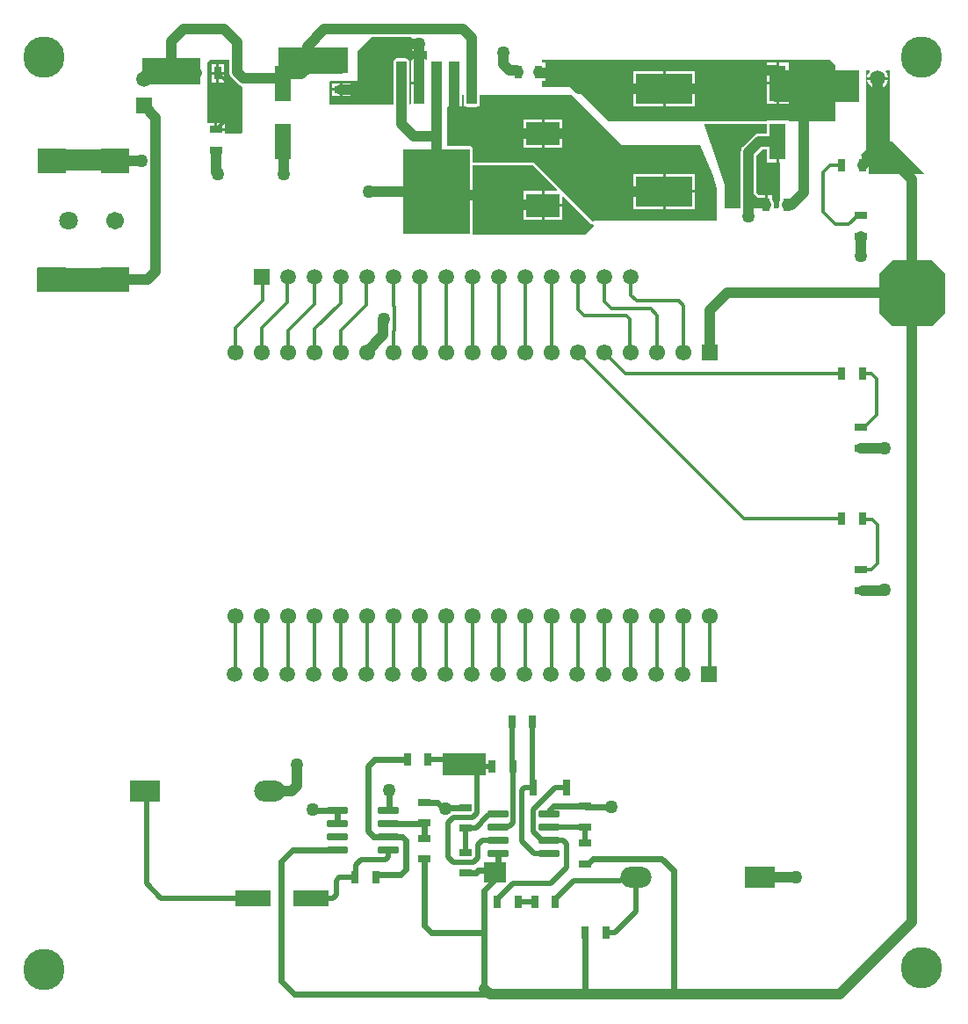
<source format=gtl>
G04*
G04 #@! TF.GenerationSoftware,Altium Limited,Altium Designer,22.3.1 (43)*
G04*
G04 Layer_Physical_Order=1*
G04 Layer_Color=255*
%FSLAX23Y23*%
%MOIN*%
G70*
G04*
G04 #@! TF.SameCoordinates,1274CE9F-09AF-47AB-B1D0-44CBEC0A274A*
G04*
G04*
G04 #@! TF.FilePolarity,Positive*
G04*
G01*
G75*
%ADD15C,0.039*%
%ADD42R,0.028X0.050*%
%ADD43R,0.213X0.114*%
%ADD44R,0.125X0.089*%
%ADD45R,0.050X0.028*%
%ADD46R,0.063X0.138*%
%ADD47R,0.050X0.028*%
%ADD48R,0.110X0.094*%
G04:AMPARAMS|DCode=49|XSize=78mil|YSize=24mil|CornerRadius=3mil|HoleSize=0mil|Usage=FLASHONLY|Rotation=180.000|XOffset=0mil|YOffset=0mil|HoleType=Round|Shape=RoundedRectangle|*
%AMROUNDEDRECTD49*
21,1,0.078,0.018,0,0,180.0*
21,1,0.072,0.024,0,0,180.0*
1,1,0.006,-0.036,0.009*
1,1,0.006,0.036,0.009*
1,1,0.006,0.036,-0.009*
1,1,0.006,-0.036,-0.009*
%
%ADD49ROUNDEDRECTD49*%
%ADD50R,0.028X0.064*%
%ADD51R,0.028X0.051*%
%ADD52R,0.138X0.063*%
G04:AMPARAMS|DCode=53|XSize=252mil|YSize=323mil|CornerRadius=3mil|HoleSize=0mil|Usage=FLASHONLY|Rotation=0.000|XOffset=0mil|YOffset=0mil|HoleType=Round|Shape=RoundedRectangle|*
%AMROUNDEDRECTD53*
21,1,0.252,0.318,0,0,0.0*
21,1,0.247,0.323,0,0,0.0*
1,1,0.005,0.123,-0.159*
1,1,0.005,-0.123,-0.159*
1,1,0.005,-0.123,0.159*
1,1,0.005,0.123,0.159*
%
%ADD53ROUNDEDRECTD53*%
G04:AMPARAMS|DCode=54|XSize=39mil|YSize=163mil|CornerRadius=2mil|HoleSize=0mil|Usage=FLASHONLY|Rotation=0.000|XOffset=0mil|YOffset=0mil|HoleType=Round|Shape=RoundedRectangle|*
%AMROUNDEDRECTD54*
21,1,0.039,0.159,0,0,0.0*
21,1,0.035,0.163,0,0,0.0*
1,1,0.004,0.018,-0.080*
1,1,0.004,-0.018,-0.080*
1,1,0.004,-0.018,0.080*
1,1,0.004,0.018,0.080*
%
%ADD54ROUNDEDRECTD54*%
%ADD55C,0.024*%
%ADD56C,0.012*%
%ADD57C,0.020*%
%ADD58O,0.118X0.079*%
%ADD59R,0.118X0.079*%
%ADD60R,0.059X0.059*%
%ADD61C,0.059*%
%ADD62R,0.059X0.059*%
%ADD63C,0.071*%
%ADD64C,0.067*%
%ADD65C,0.061*%
%ADD66R,0.061X0.061*%
%ADD67C,0.157*%
%ADD68C,0.050*%
G36*
X2961Y4835D02*
X2957Y4829D01*
X2955Y4820D01*
X2990D01*
Y4815D01*
X2995D01*
Y4780D01*
X3004Y4782D01*
X3011Y4787D01*
X3015Y4791D01*
X3020Y4788D01*
Y4757D01*
X3015Y4756D01*
X3015Y4756D01*
X3011Y4759D01*
X3006Y4760D01*
X2994D01*
Y4668D01*
X2989D01*
Y4663D01*
X2959D01*
Y4590D01*
X2955Y4585D01*
X2952Y4585D01*
Y4653D01*
X2952Y4653D01*
Y4747D01*
X2951Y4752D01*
X2948Y4756D01*
X2944Y4759D01*
X2939Y4760D01*
X2904D01*
X2899Y4759D01*
X2895Y4756D01*
X2893Y4752D01*
X2892Y4747D01*
Y4653D01*
X2892Y4653D01*
Y4585D01*
X2650D01*
Y4670D01*
X2655Y4675D01*
X2755D01*
Y4785D01*
X2810Y4840D01*
X2959D01*
X2961Y4835D01*
D02*
G37*
G36*
X2720Y4705D02*
X2455D01*
Y4800D01*
X2720Y4800D01*
Y4705D01*
D02*
G37*
G36*
X4775Y4445D02*
X4785D01*
X4905Y4325D01*
X4903Y4320D01*
X4696D01*
Y4350D01*
X4673D01*
Y4355D01*
X4668D01*
Y4390D01*
X4667D01*
X4665Y4395D01*
X4685Y4415D01*
Y4705D01*
Y4715D01*
X4698D01*
X4700Y4710D01*
X4698Y4709D01*
X4693Y4700D01*
X4690Y4690D01*
Y4689D01*
X4770D01*
Y4690D01*
X4767Y4700D01*
X4762Y4709D01*
X4760Y4710D01*
X4762Y4715D01*
X4775D01*
Y4445D01*
D02*
G37*
G36*
X2160Y4660D02*
X1935D01*
X1940Y4760D01*
X2160D01*
Y4660D01*
D02*
G37*
G36*
X3127Y4576D02*
X3140D01*
X3145Y4577D01*
X3149Y4579D01*
X3151Y4583D01*
X3152Y4588D01*
Y4620D01*
X3159D01*
Y4588D01*
X3160Y4583D01*
X3163Y4579D01*
X3167Y4577D01*
X3172Y4576D01*
X3207D01*
X3212Y4577D01*
X3216Y4579D01*
X3218Y4583D01*
X3219Y4588D01*
Y4620D01*
X3570D01*
X3760Y4430D01*
X4055D01*
X4105Y4315D01*
X4120Y4265D01*
Y4145D01*
X3655D01*
X3650Y4140D01*
X3425Y4365D01*
X3192D01*
Y4415D01*
X3191Y4420D01*
X3188Y4424D01*
X3184Y4427D01*
X3179Y4428D01*
X3095D01*
Y4574D01*
X3100Y4577D01*
X3100Y4577D01*
X3105Y4576D01*
X3117D01*
Y4668D01*
X3127D01*
Y4576D01*
D02*
G37*
G36*
X4570Y4735D02*
Y4715D01*
X4660D01*
Y4595D01*
X4570D01*
Y4520D01*
X4391D01*
Y4524D01*
X4309D01*
Y4520D01*
X3710D01*
X3580Y4650D01*
X3457D01*
X3455Y4655D01*
X3455Y4655D01*
Y4674D01*
X3468D01*
Y4704D01*
X3444D01*
Y4714D01*
X3468D01*
Y4744D01*
X3455D01*
Y4755D01*
X4550D01*
X4570Y4735D01*
D02*
G37*
G36*
X2270Y4700D02*
X2272Y4698D01*
X2274Y4693D01*
X2279Y4687D01*
X2302Y4664D01*
X2308Y4659D01*
X2313Y4657D01*
X2320Y4650D01*
Y4480D01*
X2315Y4475D01*
X2254Y4475D01*
Y4485D01*
X2219D01*
Y4490D01*
X2214D01*
Y4514D01*
X2185D01*
Y4745D01*
X2195Y4755D01*
X2270D01*
Y4700D01*
D02*
G37*
G36*
X4355Y4366D02*
X4360D01*
Y4221D01*
X4359Y4220D01*
X4356Y4213D01*
X4355Y4205D01*
X4356Y4197D01*
X4356Y4196D01*
X4350Y4190D01*
X4338D01*
X4334Y4195D01*
X4335Y4197D01*
X4336Y4205D01*
X4335Y4213D01*
X4332Y4220D01*
X4330Y4223D01*
Y4241D01*
X4311D01*
Y4205D01*
X4301D01*
Y4241D01*
X4300Y4241D01*
X4279D01*
X4270Y4250D01*
Y4393D01*
X4292Y4415D01*
X4309D01*
Y4366D01*
X4345D01*
Y4445D01*
X4355D01*
Y4366D01*
D02*
G37*
G36*
X1550Y4415D02*
X1890D01*
Y4325D01*
X1880Y4335D01*
X1545D01*
Y4420D01*
X1550Y4415D01*
D02*
G37*
G36*
X4309Y4475D02*
X4280D01*
X4272Y4474D01*
X4265Y4471D01*
X4259Y4466D01*
X4219Y4426D01*
X4214Y4420D01*
X4211Y4413D01*
X4210Y4405D01*
Y4237D01*
Y4190D01*
X4150D01*
Y4280D01*
X4115Y4380D01*
X4071Y4506D01*
X4074Y4510D01*
X4309D01*
Y4475D01*
D02*
G37*
G36*
X3435Y4340D02*
X3436D01*
X3514Y4262D01*
X3512Y4257D01*
X3465D01*
Y4208D01*
X3533D01*
Y4236D01*
X3537Y4238D01*
X3643Y4133D01*
X3646Y4131D01*
X3650Y4130D01*
X3650Y4130D01*
X3655Y4125D01*
X3620Y4090D01*
X3195D01*
X3191Y4095D01*
X3192Y4097D01*
Y4251D01*
X3056D01*
Y4261D01*
X3192D01*
Y4355D01*
X3420D01*
X3435Y4340D01*
D02*
G37*
G36*
X1890Y3875D02*
X1540D01*
Y3965D01*
X1890D01*
Y3875D01*
D02*
G37*
G36*
X4985Y3945D02*
Y3795D01*
X4935Y3745D01*
X4785D01*
X4735Y3795D01*
Y3945D01*
X4785Y3995D01*
X4935D01*
X4985Y3945D01*
D02*
G37*
G36*
X3241Y2040D02*
X3080D01*
Y2125D01*
X3241D01*
Y2040D01*
D02*
G37*
G36*
X3320Y1635D02*
X3235D01*
Y1710D01*
X3320D01*
Y1635D01*
D02*
G37*
%LPC*%
G36*
X2985Y4810D02*
X2955D01*
X2957Y4801D01*
X2962Y4794D01*
X2969Y4787D01*
X2976Y4782D01*
X2985Y4780D01*
Y4810D01*
D02*
G37*
G36*
X2984Y4760D02*
X2971D01*
X2966Y4759D01*
X2962Y4756D01*
X2960Y4752D01*
X2959Y4747D01*
Y4673D01*
X2984D01*
Y4760D01*
D02*
G37*
G36*
X2728Y4666D02*
X2698D01*
Y4647D01*
X2728D01*
Y4666D01*
D02*
G37*
G36*
X2688D02*
X2658D01*
Y4647D01*
X2688D01*
Y4666D01*
D02*
G37*
G36*
X2728Y4637D02*
X2698D01*
Y4618D01*
X2728D01*
Y4637D01*
D02*
G37*
G36*
X2688D02*
X2658D01*
Y4618D01*
X2688D01*
Y4637D01*
D02*
G37*
G36*
X4770Y4679D02*
X4735D01*
Y4645D01*
X4735D01*
X4745Y4648D01*
X4754Y4653D01*
X4762Y4660D01*
X4767Y4669D01*
X4770Y4679D01*
Y4679D01*
D02*
G37*
G36*
X4725D02*
X4690D01*
Y4679D01*
X4693Y4669D01*
X4698Y4660D01*
X4706Y4653D01*
X4715Y4648D01*
X4725Y4645D01*
X4725D01*
Y4679D01*
D02*
G37*
G36*
X4696Y4390D02*
X4678D01*
Y4360D01*
X4696D01*
Y4390D01*
D02*
G37*
G36*
X3533Y4529D02*
X3465D01*
Y4480D01*
X3533D01*
Y4529D01*
D02*
G37*
G36*
X3455D02*
X3387D01*
Y4480D01*
X3455D01*
Y4529D01*
D02*
G37*
G36*
X3533Y4470D02*
X3465D01*
Y4421D01*
X3533D01*
Y4470D01*
D02*
G37*
G36*
X3455D02*
X3387D01*
Y4421D01*
X3455D01*
Y4470D01*
D02*
G37*
G36*
X4036Y4322D02*
X3925D01*
Y4260D01*
X4036D01*
Y4322D01*
D02*
G37*
G36*
X3915D02*
X3803D01*
Y4260D01*
X3915D01*
Y4322D01*
D02*
G37*
G36*
X4036Y4250D02*
X3925D01*
Y4188D01*
X4036D01*
Y4250D01*
D02*
G37*
G36*
X3915D02*
X3803D01*
Y4188D01*
X3915D01*
Y4250D01*
D02*
G37*
G36*
X4391Y4744D02*
X4355D01*
Y4715D01*
X4391D01*
Y4744D01*
D02*
G37*
G36*
X4345D02*
X4309D01*
Y4670D01*
X4335D01*
Y4711D01*
X4339Y4715D01*
X4345D01*
Y4744D01*
D02*
G37*
G36*
X4036Y4712D02*
X3925D01*
Y4650D01*
X4036D01*
Y4712D01*
D02*
G37*
G36*
X3915D02*
X3803D01*
Y4650D01*
X3915D01*
Y4712D01*
D02*
G37*
G36*
X4391Y4595D02*
X4355D01*
Y4587D01*
X4391D01*
Y4595D01*
D02*
G37*
G36*
X4335Y4660D02*
X4309D01*
Y4587D01*
X4345D01*
Y4595D01*
X4335D01*
Y4660D01*
D02*
G37*
G36*
X4036Y4640D02*
X3925D01*
Y4578D01*
X4036D01*
Y4640D01*
D02*
G37*
G36*
X3915D02*
X3803D01*
Y4578D01*
X3915D01*
Y4640D01*
D02*
G37*
G36*
X2249Y4739D02*
X2230D01*
Y4709D01*
X2249D01*
Y4739D01*
D02*
G37*
G36*
X2220D02*
X2201D01*
Y4709D01*
X2220D01*
Y4739D01*
D02*
G37*
G36*
X2249Y4699D02*
X2230D01*
Y4669D01*
X2249D01*
Y4699D01*
D02*
G37*
G36*
X2220D02*
X2201D01*
Y4669D01*
X2220D01*
Y4699D01*
D02*
G37*
G36*
X2254Y4514D02*
X2224D01*
Y4495D01*
X2254D01*
Y4514D01*
D02*
G37*
G36*
X3455Y4257D02*
X3387D01*
Y4208D01*
X3455D01*
Y4257D01*
D02*
G37*
G36*
X3533Y4198D02*
X3465D01*
Y4149D01*
X3533D01*
Y4198D01*
D02*
G37*
G36*
X3455D02*
X3387D01*
Y4149D01*
X3455D01*
Y4198D01*
D02*
G37*
%LPD*%
D15*
X2220Y4328D02*
X2225Y4323D01*
X2220Y4328D02*
Y4405D01*
X2225Y4320D02*
Y4323D01*
X3056Y4241D02*
X3289D01*
X2789Y3646D02*
X2853Y3710D01*
X3625Y1210D02*
X3955D01*
X3570D02*
X3625D01*
X3235Y1233D02*
X3258Y1210D01*
X3570D01*
X3955D02*
X4585D01*
X4160Y3870D02*
X4860D01*
X4730Y4430D02*
X4860Y4300D01*
Y3870D02*
Y4300D01*
Y1485D02*
Y3870D01*
X4094Y3804D02*
X4160Y3870D01*
X4094Y3645D02*
Y3804D01*
X2421Y1980D02*
X2505D01*
X2525Y2000D02*
Y2080D01*
X2505Y1980D02*
X2525Y2000D01*
X4283Y1655D02*
X4420D01*
X4667Y3281D02*
X4667Y3281D01*
X4754D02*
X4755Y3280D01*
X4667Y3281D02*
X4754D01*
X4748Y2741D02*
X4752Y2745D01*
X4755D01*
X4672Y2741D02*
X4748D01*
X4666Y4011D02*
Y4085D01*
X4665Y4010D02*
X4666Y4011D01*
Y4085D02*
X4667Y4086D01*
X4240Y4160D02*
Y4237D01*
X4266Y4211D02*
X4300D01*
X4280Y4445D02*
X4350D01*
X4240Y4237D02*
Y4405D01*
X4280Y4445D01*
X4240Y4237D02*
X4266Y4211D01*
X1835Y4370D02*
X1935D01*
X1595D02*
X1835D01*
X4300Y4211D02*
X4306Y4205D01*
X3056Y4256D02*
Y4465D01*
Y4241D02*
Y4256D01*
X3054Y4255D02*
X3056Y4256D01*
X2800Y4255D02*
X3054D01*
X2475Y4320D02*
Y4445D01*
X2474Y4445D02*
X2475Y4445D01*
Y4320D02*
X2475Y4320D01*
X2474Y4408D02*
Y4445D01*
X3790Y3649D02*
X3794Y3645D01*
X2853Y3768D02*
X2855Y3770D01*
X2853Y3710D02*
Y3768D01*
X2789Y3646D02*
Y3646D01*
X2989Y4668D02*
Y4814D01*
Y4653D02*
Y4668D01*
X2800Y4785D02*
X2830Y4815D01*
X2990D01*
X2800Y4680D02*
Y4785D01*
X2760Y4640D02*
X2800Y4680D01*
X2695Y4640D02*
X2760D01*
X2693Y4642D02*
X2695Y4640D01*
X1990Y3953D02*
Y4535D01*
X1958Y3921D02*
X1990Y3953D01*
X1945Y4580D02*
X1990Y4535D01*
X1835Y3921D02*
X1958D01*
X1595D02*
X1835D01*
X2989Y4814D02*
X2990Y4815D01*
X2565Y4805D02*
X2630Y4870D01*
X3157D02*
X3189Y4838D01*
X2630Y4870D02*
X3157D01*
X1949Y4684D02*
X2024D01*
X2050Y4710D01*
X1945Y4680D02*
X1949Y4684D01*
X2056Y4704D02*
X2146D01*
X4562Y4616D02*
X4630Y4684D01*
X4427Y4616D02*
X4562D01*
X4350Y4628D02*
Y4665D01*
Y4703D01*
X4585Y1210D02*
X4860Y1485D01*
X4402Y4205D02*
X4450Y4253D01*
X4385Y4205D02*
X4402D01*
X4362Y4616D02*
X4427D01*
X4450Y4253D02*
Y4615D01*
X4350Y4628D02*
X4362Y4616D01*
X4300Y4715D02*
X4301Y4715D01*
X4205Y4715D02*
X4300D01*
X4338Y4715D02*
X4350Y4703D01*
X4301Y4715D02*
X4338D01*
X4135Y4645D02*
X4205Y4715D01*
X3920Y4645D02*
X4135D01*
X3448Y4705D02*
X3535D01*
X3444Y4709D02*
X3448Y4705D01*
X3535D02*
X3595Y4645D01*
X3920D01*
X3693Y4255D02*
X3920D01*
X3630Y4318D02*
X3693Y4255D01*
X3630Y4318D02*
Y4435D01*
X3590Y4475D02*
X3630Y4435D01*
X3460Y4475D02*
X3590D01*
X3155D02*
X3460D01*
X3122Y4508D02*
X3155Y4475D01*
X3122Y4508D02*
Y4653D01*
X3333Y4715D02*
X3359D01*
X3310Y4738D02*
X3333Y4715D01*
X3310Y4738D02*
Y4780D01*
X3359Y4715D02*
X3365Y4709D01*
X2565Y4723D02*
X2568Y4721D01*
X2693D01*
X2474Y4673D02*
Y4688D01*
Y4665D02*
Y4673D01*
X3189Y4653D02*
Y4838D01*
X2542Y4700D02*
X2565Y4723D01*
Y4805D01*
X2486Y4700D02*
X2542D01*
X2474Y4688D02*
X2486Y4700D01*
X2050Y4710D02*
X2056Y4704D01*
X2323Y4685D02*
X2462D01*
X2300Y4708D02*
Y4820D01*
X2462Y4685D02*
X2474Y4673D01*
X2300Y4708D02*
X2323Y4685D01*
X2095Y4870D02*
X2250D01*
X2300Y4820D01*
X2050Y4825D02*
X2095Y4870D01*
X2050Y4710D02*
Y4825D01*
X4673Y4355D02*
X4730Y4412D01*
X4673Y4355D02*
X4673D01*
X4730Y4412D02*
Y4684D01*
X3056Y4465D02*
Y4653D01*
X2922Y4513D02*
X2970Y4465D01*
X3056D01*
X2922Y4513D02*
Y4653D01*
X3460Y4203D02*
X3478D01*
X3458Y4205D02*
X3460Y4203D01*
X3325Y4205D02*
X3458D01*
X3289Y4241D02*
X3325Y4205D01*
D42*
X4594Y4355D02*
D03*
X4673D02*
D03*
X3365Y4709D02*
D03*
X3444D02*
D03*
X2225Y4704D02*
D03*
X2146D02*
D03*
X4594Y3015D02*
D03*
X4673D02*
D03*
X3266Y2075D02*
D03*
X3345D02*
D03*
X3620Y1445D02*
D03*
X3699D02*
D03*
X3287Y1560D02*
D03*
X3366D02*
D03*
X3024Y2100D02*
D03*
X2945D02*
D03*
X3341Y2245D02*
D03*
X3420D02*
D03*
X2825Y1655D02*
D03*
X2746D02*
D03*
X4673Y3565D02*
D03*
X4594D02*
D03*
D43*
X3920Y4255D02*
D03*
Y4645D02*
D03*
D44*
X3460Y4203D02*
D03*
Y4475D02*
D03*
D45*
X2693Y4721D02*
D03*
Y4642D02*
D03*
X3165Y1749D02*
D03*
Y1670D02*
D03*
Y1919D02*
D03*
Y1840D02*
D03*
X3620Y1706D02*
D03*
Y1785D02*
D03*
X3010Y1803D02*
D03*
Y1724D02*
D03*
X3620Y1845D02*
D03*
Y1924D02*
D03*
X3010Y1860D02*
D03*
Y1939D02*
D03*
D46*
X2474Y4665D02*
D03*
Y4445D02*
D03*
X4350Y4665D02*
D03*
Y4445D02*
D03*
D47*
X2219Y4490D02*
D03*
Y4411D02*
D03*
X4667Y2820D02*
D03*
Y2741D02*
D03*
Y3360D02*
D03*
Y3281D02*
D03*
Y4165D02*
D03*
Y4086D02*
D03*
D48*
X1595Y4370D02*
D03*
X1835D02*
D03*
Y3921D02*
D03*
X1595D02*
D03*
D49*
X2678Y1758D02*
D03*
Y1808D02*
D03*
Y1858D02*
D03*
Y1908D02*
D03*
X2872D02*
D03*
Y1858D02*
D03*
Y1808D02*
D03*
Y1758D02*
D03*
X3482Y1745D02*
D03*
Y1795D02*
D03*
Y1845D02*
D03*
Y1895D02*
D03*
X3288D02*
D03*
Y1845D02*
D03*
Y1795D02*
D03*
Y1745D02*
D03*
D50*
X3550Y1995D02*
D03*
X3424D02*
D03*
D51*
X3428Y1560D02*
D03*
X3506D02*
D03*
X4306Y4205D02*
D03*
X4385D02*
D03*
D52*
X2360Y1575D02*
D03*
X2580D02*
D03*
D53*
X3056Y4256D02*
D03*
D54*
X2922Y4668D02*
D03*
X2989D02*
D03*
X3056D02*
D03*
X3122D02*
D03*
X3189D02*
D03*
D55*
X3619Y1924D02*
X3621Y1922D01*
X3718D02*
X3720Y1920D01*
X3621Y1922D02*
X3718D01*
X3622Y1708D02*
X3633D01*
X3910Y1725D02*
X3955Y1680D01*
X3650Y1725D02*
X3910D01*
X3620Y1706D02*
X3622Y1708D01*
X3633D02*
X3650Y1725D01*
X3955Y1210D02*
Y1680D01*
X3010Y1803D02*
Y1860D01*
X2999D02*
X3010D01*
X2872Y1858D02*
X2996D01*
X2999Y1860D01*
X2820Y2100D02*
X2945D01*
X2795Y2075D02*
X2820Y2100D01*
X2795Y1830D02*
Y2075D01*
Y1830D02*
X2817Y1808D01*
X2872D01*
X2919Y1664D02*
X2940Y1685D01*
Y1794D01*
X2872Y1808D02*
X2926D01*
X2940Y1794D01*
X2827Y1664D02*
X2919D01*
X2875Y1908D02*
Y1985D01*
X2872Y1908D02*
X2875D01*
X2585Y1910D02*
X2587Y1908D01*
X2678D01*
X2465Y1715D02*
X2508Y1758D01*
X2465Y1260D02*
X2515Y1210D01*
X2465Y1260D02*
Y1715D01*
X2508Y1758D02*
X2678D01*
X2515Y1210D02*
X3258D01*
X3213Y1680D02*
X3240D01*
X3206Y1672D02*
X3213Y1680D01*
X3167Y1672D02*
X3206D01*
X3165Y1670D02*
X3167Y1672D01*
X3240Y1680D02*
X3275Y1645D01*
X3083Y1915D02*
X3090D01*
X3059Y1939D02*
X3083Y1915D01*
X3163Y1917D02*
X3165Y1919D01*
X3092Y1917D02*
X3163D01*
X3090Y1915D02*
X3092Y1917D01*
X3010Y1939D02*
X3059D01*
X2825Y1655D02*
Y1662D01*
X2827Y1664D01*
X3485Y1895D02*
Y1910D01*
X3499Y1924D02*
X3619D01*
X3485Y1910D02*
X3499Y1924D01*
X3482Y1895D02*
X3485D01*
X3235Y1445D02*
Y1605D01*
Y1233D02*
Y1445D01*
X3035D02*
X3235D01*
X3010Y1470D02*
Y1724D01*
Y1470D02*
X3035Y1445D01*
X3620Y1215D02*
X3625Y1210D01*
X3620Y1215D02*
Y1445D01*
X3275Y1645D02*
X3288Y1658D01*
Y1745D01*
X3235Y1605D02*
X3275Y1645D01*
X2678Y1858D02*
Y1908D01*
X4273Y1645D02*
X4283Y1655D01*
X3570Y1210D02*
X3574Y1214D01*
D56*
X3793Y2428D02*
Y2644D01*
X2693Y2428D02*
Y2644D01*
X2690Y2425D02*
X2693Y2428D01*
Y2644D02*
X2694Y2645D01*
X2793Y2428D02*
Y2644D01*
X2790Y2425D02*
X2793Y2428D01*
Y2644D02*
X2794Y2645D01*
X2893Y2428D02*
Y2644D01*
X2890Y2425D02*
X2893Y2428D01*
Y2644D02*
X2894Y2645D01*
X2993Y2428D02*
Y2644D01*
X2990Y2425D02*
X2993Y2428D01*
Y2644D02*
X2994Y2645D01*
X3493Y2428D02*
Y2644D01*
X3490Y2425D02*
X3493Y2428D01*
Y2644D02*
X3494Y2645D01*
X2393Y2428D02*
Y2644D01*
X2390Y2425D02*
X2393Y2428D01*
Y2644D02*
X2394Y2645D01*
X3593Y2428D02*
Y2644D01*
X3590Y2425D02*
X3593Y2428D01*
Y2644D02*
X3594Y2645D01*
X2293Y2428D02*
Y2644D01*
X2290Y2425D02*
X2293Y2428D01*
Y2644D02*
X2294Y2645D01*
X3993Y2428D02*
Y2644D01*
X3990Y2425D02*
X3993Y2428D01*
Y2644D02*
X3994Y2645D01*
X3093Y2428D02*
Y2644D01*
X3090Y2425D02*
X3093Y2428D01*
Y2644D02*
X3094Y2645D01*
X3393Y2428D02*
Y2644D01*
X3390Y2425D02*
X3393Y2428D01*
Y2644D02*
X3394Y2645D01*
X4094Y2429D02*
Y2645D01*
X4090Y2425D02*
X4094Y2429D01*
X3293Y2428D02*
Y2644D01*
X3290Y2425D02*
X3293Y2428D01*
Y2644D02*
X3294Y2645D01*
X3693Y2428D02*
Y2644D01*
X3690Y2425D02*
X3693Y2428D01*
Y2644D02*
X3694Y2645D01*
X3790Y2425D02*
X3793Y2428D01*
Y2644D02*
X3794Y2645D01*
X3893Y2428D02*
Y2644D01*
X3890Y2425D02*
X3893Y2428D01*
Y2644D02*
X3894Y2645D01*
X2493Y2428D02*
Y2644D01*
X2490Y2425D02*
X2493Y2428D01*
Y2644D02*
X2494Y2645D01*
X3193Y2428D02*
Y2644D01*
X3190Y2425D02*
X3193Y2428D01*
Y2644D02*
X3194Y2645D01*
X2593Y2428D02*
Y2644D01*
X2590Y2425D02*
X2593Y2428D01*
Y2644D02*
X2594Y2645D01*
X3366Y1560D02*
X3366Y1560D01*
X3287Y1560D02*
Y1571D01*
X3798Y1642D02*
X3811Y1655D01*
X3753Y1642D02*
X3798D01*
X3751Y1640D02*
X3753Y1642D01*
X3506Y1560D02*
Y1572D01*
X3694Y3645D02*
X3774Y3565D01*
X4594D01*
X4224Y3015D02*
X4594D01*
X3594Y3645D02*
X4224Y3015D01*
X4594Y3565D02*
Y3576D01*
X3790Y3649D02*
Y3770D01*
X3693Y3837D02*
X3720Y3810D01*
X3975Y3840D02*
X3994Y3821D01*
Y3645D02*
Y3821D01*
X3894Y3645D02*
Y3786D01*
X3720Y3810D02*
X3870D01*
X3894Y3786D01*
X3815Y3840D02*
X3975D01*
X3775Y3785D02*
X3790Y3770D01*
X4667Y2820D02*
X4705D01*
X4673Y3015D02*
X4678Y3010D01*
X4710D01*
X4705Y2820D02*
X4730Y2845D01*
X4667Y3360D02*
X4678D01*
X4673Y3565D02*
X4705D01*
X4725Y3545D01*
Y3407D02*
Y3545D01*
X4678Y3360D02*
X4725Y3407D01*
X4710Y3010D02*
X4730Y2990D01*
Y2845D02*
Y2990D01*
X3793Y3862D02*
X3815Y3840D01*
X3615Y3785D02*
X3775D01*
X3793Y3862D02*
Y3930D01*
X3693Y3837D02*
Y3930D01*
X3694Y3645D02*
X3694Y3646D01*
X3393Y3646D02*
Y3929D01*
X3293Y3646D02*
Y3929D01*
X3393Y3646D02*
X3394Y3645D01*
X3293Y3646D02*
X3294Y3645D01*
X3393Y3930D02*
X3393Y3929D01*
X3293Y3930D02*
X3293Y3929D01*
X3493Y3646D02*
X3494Y3645D01*
X3593Y3807D02*
Y3930D01*
Y3807D02*
X3615Y3785D01*
X3493Y3646D02*
Y3929D01*
X3594Y3645D02*
X3594Y3646D01*
X3493Y3930D02*
X3493Y3929D01*
X2993Y3930D02*
X2993Y3929D01*
Y3646D02*
Y3929D01*
Y3646D02*
X2994Y3645D01*
X2790Y3927D02*
X2793Y3930D01*
X2893Y3820D02*
Y3930D01*
Y3820D02*
X2896Y3817D01*
Y3728D02*
Y3817D01*
X2894Y3726D02*
X2896Y3728D01*
X2894Y3645D02*
Y3726D01*
X2694Y3729D02*
X2790Y3825D01*
Y3927D01*
X3193Y3646D02*
Y3929D01*
Y3646D02*
X3194Y3645D01*
X3193Y3930D02*
X3193Y3929D01*
X3093Y3646D02*
Y3929D01*
Y3646D02*
X3094Y3645D01*
X3093Y3930D02*
X3093Y3929D01*
X2395Y3840D02*
Y3928D01*
X2294Y3739D02*
X2395Y3840D01*
X2394Y3645D02*
Y3739D01*
X2294Y3645D02*
Y3739D01*
X2393Y3930D02*
X2395Y3928D01*
X2388Y3645D02*
X2389Y3646D01*
X2494Y3645D02*
Y3651D01*
Y3729D01*
X2594Y3645D02*
Y3734D01*
X2694Y3645D02*
Y3729D01*
X2594Y3645D02*
X2600Y3651D01*
X2586Y3646D02*
X2588Y3645D01*
X2494Y3729D02*
X2593Y3828D01*
X2490Y3927D02*
X2493Y3930D01*
X2685Y3922D02*
X2693Y3930D01*
Y3833D02*
Y3930D01*
X2490Y3835D02*
Y3927D01*
X2394Y3739D02*
X2490Y3835D01*
X2594Y3734D02*
X2693Y3833D01*
X2593Y3828D02*
Y3930D01*
X4655Y4165D02*
X4667D01*
X4570Y4130D02*
X4620D01*
X4655Y4165D01*
X4522Y4178D02*
X4570Y4130D01*
X4522Y4178D02*
Y4327D01*
X4550Y4355D01*
X4594D01*
X2225Y4704D02*
X2255Y4674D01*
X2219Y4490D02*
X2255Y4526D01*
Y4674D01*
D57*
X1955Y1630D02*
Y1974D01*
X2010Y1575D02*
X2360D01*
X1955Y1630D02*
X2010Y1575D01*
X1949Y1980D02*
X1955Y1974D01*
X2872Y1732D02*
Y1758D01*
X2861Y1720D02*
X2872Y1732D01*
X2750Y1700D02*
X2770Y1720D01*
X2861D01*
X2750Y1659D02*
Y1700D01*
X2746Y1655D02*
X2750Y1659D01*
X2675Y1643D02*
X2687Y1655D01*
X2675Y1587D02*
Y1643D01*
X2687Y1655D02*
X2746D01*
X2580Y1575D02*
X2663D01*
X2675Y1587D01*
X3213Y1728D02*
Y1778D01*
X3230Y1795D01*
X3288D01*
X3120Y1710D02*
X3195D01*
X3100Y1730D02*
Y1860D01*
Y1730D02*
X3120Y1710D01*
X3165Y1749D02*
Y1840D01*
X3195Y1710D02*
X3213Y1728D01*
X3210Y1897D02*
Y2045D01*
X3215Y2050D01*
Y2055D01*
X3193Y1880D02*
X3210Y1897D01*
X3120Y1880D02*
X3193D01*
X3100Y1860D02*
X3120Y1880D01*
X3225Y1861D02*
Y1865D01*
X3253Y1893D01*
X3206Y1841D02*
X3225Y1861D01*
X3253Y1893D02*
X3286D01*
X3288Y1895D01*
X3165Y1840D02*
X3166Y1841D01*
X3206D01*
X3217Y2075D02*
X3266D01*
X3215Y2073D02*
X3217Y2075D01*
X3024Y2100D02*
X3188D01*
X3215Y2073D01*
X3482Y1845D02*
X3620D01*
X3482Y1845D02*
X3482Y1845D01*
X3620D02*
X3620Y1845D01*
Y1785D02*
Y1845D01*
X3380Y1985D02*
X3390Y1995D01*
X3424D01*
X3380Y1790D02*
Y1985D01*
Y1790D02*
X3425Y1745D01*
X3482D01*
X3345Y1915D02*
X3346Y1913D01*
Y1860D02*
Y1913D01*
X3290Y1847D02*
X3333D01*
X3346Y1860D01*
X3345Y1915D02*
Y2075D01*
X3288Y1845D02*
X3290Y1847D01*
X3420Y2052D02*
X3420Y2052D01*
X3420Y2052D02*
Y2245D01*
X3505Y1995D02*
X3550D01*
X3424Y1913D02*
X3505Y1995D01*
X3424Y1827D02*
Y1913D01*
Y1827D02*
X3453Y1797D01*
X3480D01*
X3482Y1795D01*
X3420Y1999D02*
Y2052D01*
Y1999D02*
X3424Y1995D01*
X3341Y2079D02*
Y2245D01*
X3341Y2245D01*
X3341Y2079D02*
X3345Y2075D01*
X3366Y1560D02*
X3428D01*
X3535Y1795D02*
X3550Y1780D01*
Y1690D02*
Y1780D01*
X3482Y1795D02*
X3535D01*
X3490Y1630D02*
X3550Y1690D01*
X3346Y1630D02*
X3490D01*
X3287Y1571D02*
X3346Y1630D01*
X3699Y1445D02*
X3699Y1446D01*
X3731D02*
X3811Y1526D01*
X3699Y1446D02*
X3731D01*
X3811Y1526D02*
Y1655D01*
X3506Y1572D02*
X3575Y1640D01*
X3751D01*
D58*
X2421Y1980D02*
D03*
X3811Y1655D02*
D03*
D59*
X1949Y1980D02*
D03*
X4283Y1655D02*
D03*
D60*
X4630Y4684D02*
D03*
X2393Y3930D02*
D03*
X4090Y2425D02*
D03*
D61*
X4730Y4684D02*
D03*
X1945Y4680D02*
D03*
X2493Y3930D02*
D03*
X2593D02*
D03*
X2693D02*
D03*
X2793D02*
D03*
X2893D02*
D03*
X2993D02*
D03*
X3093D02*
D03*
X3193D02*
D03*
X3293D02*
D03*
X3393D02*
D03*
X3493D02*
D03*
X3593D02*
D03*
X3693D02*
D03*
X3793D02*
D03*
X3990Y2425D02*
D03*
X3890D02*
D03*
X3790D02*
D03*
X3690D02*
D03*
X3590D02*
D03*
X3490D02*
D03*
X3390D02*
D03*
X3290D02*
D03*
X3190D02*
D03*
X3090D02*
D03*
X2990D02*
D03*
X2890D02*
D03*
X2790D02*
D03*
X2690D02*
D03*
X2590D02*
D03*
X2490D02*
D03*
X2390D02*
D03*
X2290D02*
D03*
D62*
X1945Y4580D02*
D03*
D63*
X1658Y4146D02*
D03*
D64*
X1835D02*
D03*
D65*
X2294Y2645D02*
D03*
X2394D02*
D03*
X2494D02*
D03*
X2594D02*
D03*
X2694D02*
D03*
X2794D02*
D03*
X2894D02*
D03*
X2994D02*
D03*
X3094D02*
D03*
X3194D02*
D03*
X3294D02*
D03*
X3394D02*
D03*
X3494D02*
D03*
X3594D02*
D03*
X3694D02*
D03*
X3794D02*
D03*
X3894D02*
D03*
X3994D02*
D03*
X4094D02*
D03*
X2394Y3645D02*
D03*
X2494D02*
D03*
X2594D02*
D03*
X2694D02*
D03*
X2794D02*
D03*
X2894D02*
D03*
X2994D02*
D03*
X3094D02*
D03*
X3194D02*
D03*
X3294D02*
D03*
X3394D02*
D03*
X3494D02*
D03*
X3594D02*
D03*
X3694D02*
D03*
X3794D02*
D03*
X3894D02*
D03*
X2294D02*
D03*
X3994D02*
D03*
D66*
X4094D02*
D03*
D67*
X1565Y4765D02*
D03*
Y1305D02*
D03*
X4895Y1310D02*
D03*
Y4765D02*
D03*
D68*
X3720Y1920D02*
D03*
X2225Y4320D02*
D03*
X2875Y1985D02*
D03*
X2585Y1910D02*
D03*
X3090Y1915D02*
D03*
X2525Y2080D02*
D03*
X4420Y1655D02*
D03*
X4755Y3280D02*
D03*
Y2745D02*
D03*
X4665Y4010D02*
D03*
X4240Y4160D02*
D03*
X2800Y4255D02*
D03*
X2475Y4320D02*
D03*
X1935Y4370D02*
D03*
X2855Y3770D02*
D03*
X2990Y4815D02*
D03*
X3310Y4780D02*
D03*
M02*

</source>
